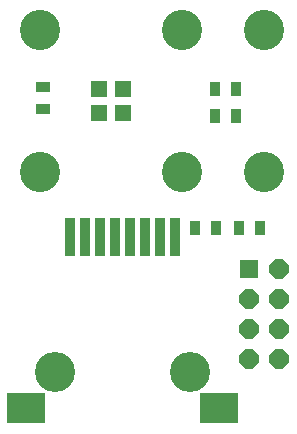
<source format=gbr>
G04 EAGLE Gerber RS-274X export*
G75*
%MOMM*%
%FSLAX34Y34*%
%LPD*%
%INSoldermask Top*%
%IPPOS*%
%AMOC8*
5,1,8,0,0,1.08239X$1,22.5*%
G01*
%ADD10R,1.301600X0.901600*%
%ADD11R,0.901600X1.301600*%
%ADD12R,0.901600X3.301600*%
%ADD13R,3.221600X2.641600*%
%ADD14C,3.401600*%
%ADD15R,1.625600X1.625600*%
%ADD16P,1.759533X8X292.500000*%
%ADD17C,3.403600*%
%ADD18R,1.401600X1.401600*%


D10*
X32500Y291500D03*
X32500Y273500D03*
D11*
X198500Y172500D03*
X216500Y172500D03*
X161000Y172500D03*
X179000Y172500D03*
X178000Y267500D03*
X196000Y267500D03*
X178000Y290000D03*
X196000Y290000D03*
D12*
X144450Y165200D03*
X131750Y165200D03*
X119050Y165200D03*
X106350Y165200D03*
X93650Y165200D03*
X80950Y165200D03*
X68250Y165200D03*
X55550Y165200D03*
D13*
X181700Y20000D03*
X18300Y20000D03*
D14*
X157150Y50500D03*
X42850Y50500D03*
D15*
X207300Y138100D03*
D16*
X232700Y138100D03*
X207300Y112700D03*
X232700Y112700D03*
X207300Y87300D03*
X232700Y87300D03*
X207300Y61900D03*
X232700Y61900D03*
D17*
X30000Y340000D03*
X150000Y340000D03*
X30000Y220000D03*
X150000Y220000D03*
D18*
X80000Y270000D03*
X80000Y290000D03*
X100000Y290000D03*
X100000Y270000D03*
D17*
X220000Y340000D03*
X220000Y220000D03*
M02*

</source>
